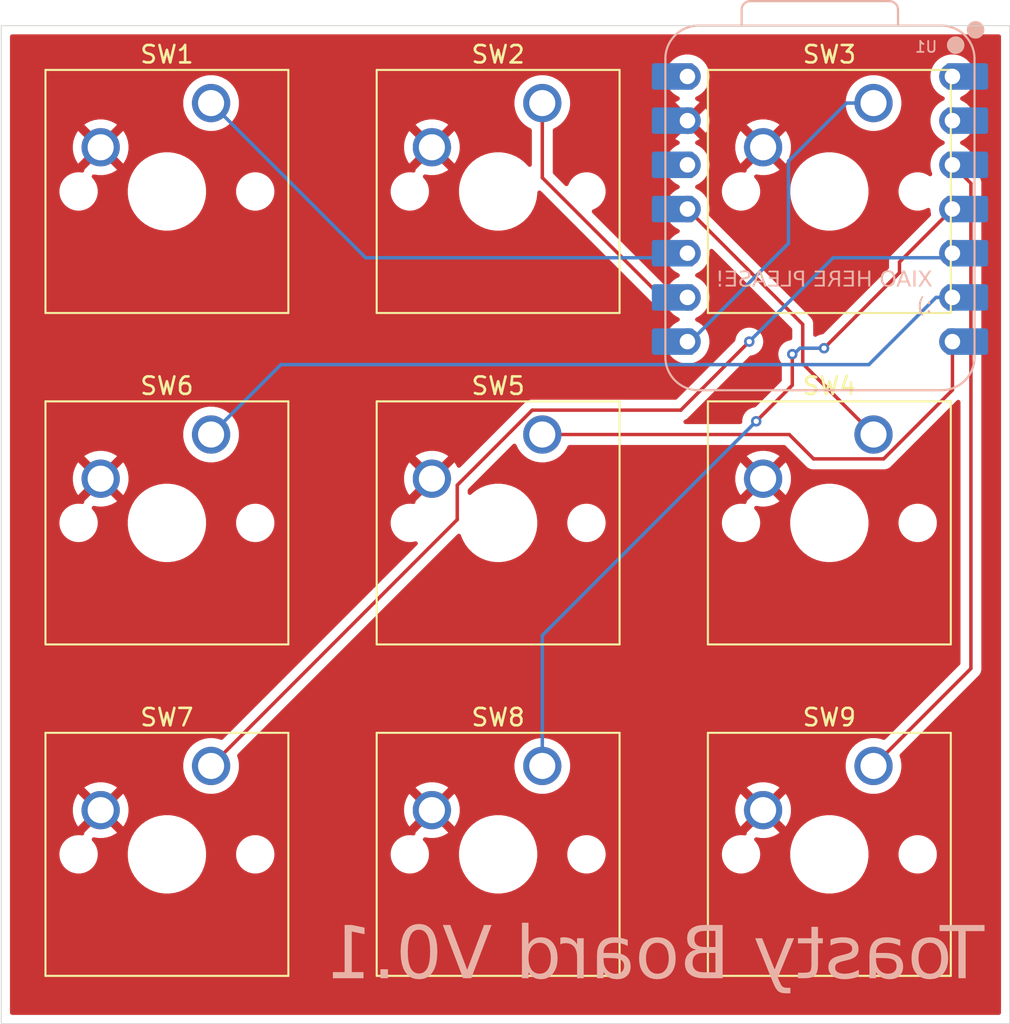
<source format=kicad_pcb>
(kicad_pcb (version 20241229) (generator "pcbnew") (generator_version "9.0")
  (layers (0 "F.Cu" signal) (2 "B.Cu" signal) (13 "F.Paste" user) (15 "B.Paste" user) (5 "F.SilkS" user "F.Silkscreen") (7 "B.SilkS" user "B.Silkscreen") (1 "F.Mask" user) (3 "B.Mask" user) (25 "Edge.Cuts" user))
  (net 0 "")
  (net 1 "+5V")
  (net 2 "GND")
  (net 3 "Net-(U1-GPIO4{slash}MISO)")
  (net 4 "Net-(U1-GPIO2{slash}SCK)")
  (net 5 "Net-(U1-GPIO1{slash}RX)")
  (net 6 "Net-(U1-GPIO3{slash}MOSI)")
  (net 7 "Net-(U1-GPIO0{slash}TX)")
  (net 8 "Net-(U1-GPIO7{slash}SCL)")
  (net 9 "Net-(U1-GPIO6{slash}SDA)")
  (net 10 "Net-(U1-GPIO29{slash}ADC3{slash}A3)")
  (net 11 "Net-(U1-GPIO28{slash}ADC2{slash}A2)")
  (footprint "Button_Switch_Keyboard:SW_Cherry_MX_1.00u_PCB" (layer "F.Cu") (at 52.54625 33.02)
    (property "Reference" "SW1" (at -2.54 -2.794 0) (layer "F.SilkS"))
    (property "Value" "SW_Push")
    (fp_line (start -9.525 -1.905) (end 4.445 -1.905) (stroke (width 0.12)) (layer "F.SilkS"))
    (fp_line (start -9.525 12.065) (end -9.525 -1.905) (stroke (width 0.12)) (layer "F.SilkS"))
    (fp_line (start 4.445 -1.905) (end 4.445 12.065) (stroke (width 0.12)) (layer "F.SilkS"))
    (fp_line (start 4.445 12.065) (end -9.525 12.065) (stroke (width 0.12)) (layer "F.SilkS"))
    (pad "" np_thru_hole circle (at -7.62 5.08) (size 1.7 1.7) (drill 1.7) (layers "*.Cu" "*.Mask"))
    (pad "" np_thru_hole circle (at -2.54 5.08) (size 4 4) (drill 4) (layers "*.Cu" "*.Mask"))
    (pad "" np_thru_hole circle (at 2.54 5.08) (size 1.7 1.7) (drill 1.7) (layers "*.Cu" "*.Mask"))
    (pad "1" thru_hole circle (at 0 0) (size 2.2 2.2) (drill 1.5) (layers "*.Cu" "*.Mask") (net 3 "Net-(U1-GPIO4{slash}MISO)"))
    (pad "2" thru_hole circle (at -6.35 2.54) (size 2.2 2.2) (drill 1.5) (layers "*.Cu" "*.Mask") (net 2 "GND"))
  )
  (footprint "Button_Switch_Keyboard:SW_Cherry_MX_1.00u_PCB" (layer "F.Cu") (at 52.54625 71.12)
    (property "Reference" "SW7" (at -2.54 -2.794 0) (layer "F.SilkS"))
    (property "Value" "SW_Push")
    (fp_line (start -9.525 -1.905) (end 4.445 -1.905) (stroke (width 0.12)) (layer "F.SilkS"))
    (fp_line (start -9.525 12.065) (end -9.525 -1.905) (stroke (width 0.12)) (layer "F.SilkS"))
    (fp_line (start 4.445 -1.905) (end 4.445 12.065) (stroke (width 0.12)) (layer "F.SilkS"))
    (fp_line (start 4.445 12.065) (end -9.525 12.065) (stroke (width 0.12)) (layer "F.SilkS"))
    (pad "" np_thru_hole circle (at -7.62 5.08) (size 1.7 1.7) (drill 1.7) (layers "*.Cu" "*.Mask"))
    (pad "" np_thru_hole circle (at -2.54 5.08) (size 4 4) (drill 4) (layers "*.Cu" "*.Mask"))
    (pad "" np_thru_hole circle (at 2.54 5.08) (size 1.7 1.7) (drill 1.7) (layers "*.Cu" "*.Mask"))
    (pad "1" thru_hole circle (at 0 0) (size 2.2 2.2) (drill 1.5) (layers "*.Cu" "*.Mask") (net 9 "Net-(U1-GPIO6{slash}SDA)"))
    (pad "2" thru_hole circle (at -6.35 2.54) (size 2.2 2.2) (drill 1.5) (layers "*.Cu" "*.Mask") (net 2 "GND"))
  )
  (footprint "Button_Switch_Keyboard:SW_Cherry_MX_1.00u_PCB" (layer "F.Cu") (at 52.54625 52.07)
    (property "Reference" "SW6" (at -2.54 -2.794 0) (layer "F.SilkS"))
    (property "Value" "SW_Push")
    (fp_line (start -9.525 -1.905) (end 4.445 -1.905) (stroke (width 0.12)) (layer "F.SilkS"))
    (fp_line (start -9.525 12.065) (end -9.525 -1.905) (stroke (width 0.12)) (layer "F.SilkS"))
    (fp_line (start 4.445 -1.905) (end 4.445 12.065) (stroke (width 0.12)) (layer "F.SilkS"))
    (fp_line (start 4.445 12.065) (end -9.525 12.065) (stroke (width 0.12)) (layer "F.SilkS"))
    (pad "" np_thru_hole circle (at -7.62 5.08) (size 1.7 1.7) (drill 1.7) (layers "*.Cu" "*.Mask"))
    (pad "" np_thru_hole circle (at -2.54 5.08) (size 4 4) (drill 4) (layers "*.Cu" "*.Mask"))
    (pad "" np_thru_hole circle (at 2.54 5.08) (size 1.7 1.7) (drill 1.7) (layers "*.Cu" "*.Mask"))
    (pad "1" thru_hole circle (at 0 0) (size 2.2 2.2) (drill 1.5) (layers "*.Cu" "*.Mask") (net 8 "Net-(U1-GPIO7{slash}SCL)"))
    (pad "2" thru_hole circle (at -6.35 2.54) (size 2.2 2.2) (drill 1.5) (layers "*.Cu" "*.Mask") (net 2 "GND"))
  )
  (footprint "Button_Switch_Keyboard:SW_Cherry_MX_1.00u_PCB" (layer "F.Cu") (at 71.59625 52.07)
    (property "Reference" "SW5" (at -2.54 -2.794 0) (layer "F.SilkS"))
    (property "Value" "SW_Push")
    (fp_line (start -9.525 -1.905) (end 4.445 -1.905) (stroke (width 0.12)) (layer "F.SilkS"))
    (fp_line (start -9.525 12.065) (end -9.525 -1.905) (stroke (width 0.12)) (layer "F.SilkS"))
    (fp_line (start 4.445 -1.905) (end 4.445 12.065) (stroke (width 0.12)) (layer "F.SilkS"))
    (fp_line (start 4.445 12.065) (end -9.525 12.065) (stroke (width 0.12)) (layer "F.SilkS"))
    (pad "" np_thru_hole circle (at -7.62 5.08) (size 1.7 1.7) (drill 1.7) (layers "*.Cu" "*.Mask"))
    (pad "" np_thru_hole circle (at -2.54 5.08) (size 4 4) (drill 4) (layers "*.Cu" "*.Mask"))
    (pad "" np_thru_hole circle (at 2.54 5.08) (size 1.7 1.7) (drill 1.7) (layers "*.Cu" "*.Mask"))
    (pad "1" thru_hole circle (at 0 0) (size 2.2 2.2) (drill 1.5) (layers "*.Cu" "*.Mask") (net 7 "Net-(U1-GPIO0{slash}TX)"))
    (pad "2" thru_hole circle (at -6.35 2.54) (size 2.2 2.2) (drill 1.5) (layers "*.Cu" "*.Mask") (net 2 "GND"))
  )
  (footprint "Button_Switch_Keyboard:SW_Cherry_MX_1.00u_PCB" (layer "F.Cu") (at 71.59625 33.02)
    (property "Reference" "SW2" (at -2.54 -2.794 0) (layer "F.SilkS"))
    (property "Value" "SW_Push")
    (fp_line (start -9.525 -1.905) (end 4.445 -1.905) (stroke (width 0.12)) (layer "F.SilkS"))
    (fp_line (start -9.525 12.065) (end -9.525 -1.905) (stroke (width 0.12)) (layer "F.SilkS"))
    (fp_line (start 4.445 -1.905) (end 4.445 12.065) (stroke (width 0.12)) (layer "F.SilkS"))
    (fp_line (start 4.445 12.065) (end -9.525 12.065) (stroke (width 0.12)) (layer "F.SilkS"))
    (pad "" np_thru_hole circle (at -7.62 5.08) (size 1.7 1.7) (drill 1.7) (layers "*.Cu" "*.Mask"))
    (pad "" np_thru_hole circle (at -2.54 5.08) (size 4 4) (drill 4) (layers "*.Cu" "*.Mask"))
    (pad "" np_thru_hole circle (at 2.54 5.08) (size 1.7 1.7) (drill 1.7) (layers "*.Cu" "*.Mask"))
    (pad "1" thru_hole circle (at 0 0) (size 2.2 2.2) (drill 1.5) (layers "*.Cu" "*.Mask") (net 4 "Net-(U1-GPIO2{slash}SCK)"))
    (pad "2" thru_hole circle (at -6.35 2.54) (size 2.2 2.2) (drill 1.5) (layers "*.Cu" "*.Mask") (net 2 "GND"))
  )
  (footprint "Button_Switch_Keyboard:SW_Cherry_MX_1.00u_PCB" (layer "F.Cu") (at 90.64625 33.02)
    (property "Reference" "SW3" (at -2.54 -2.794 0) (layer "F.SilkS"))
    (property "Value" "SW_Push")
    (fp_line (start -9.525 -1.905) (end 4.445 -1.905) (stroke (width 0.12)) (layer "F.SilkS"))
    (fp_line (start -9.525 12.065) (end -9.525 -1.905) (stroke (width 0.12)) (layer "F.SilkS"))
    (fp_line (start 4.445 -1.905) (end 4.445 12.065) (stroke (width 0.12)) (layer "F.SilkS"))
    (fp_line (start 4.445 12.065) (end -9.525 12.065) (stroke (width 0.12)) (layer "F.SilkS"))
    (pad "" np_thru_hole circle (at -7.62 5.08) (size 1.7 1.7) (drill 1.7) (layers "*.Cu" "*.Mask"))
    (pad "" np_thru_hole circle (at -2.54 5.08) (size 4 4) (drill 4) (layers "*.Cu" "*.Mask"))
    (pad "" np_thru_hole circle (at 2.54 5.08) (size 1.7 1.7) (drill 1.7) (layers "*.Cu" "*.Mask"))
    (pad "1" thru_hole circle (at 0 0) (size 2.2 2.2) (drill 1.5) (layers "*.Cu" "*.Mask") (net 5 "Net-(U1-GPIO1{slash}RX)"))
    (pad "2" thru_hole circle (at -6.35 2.54) (size 2.2 2.2) (drill 1.5) (layers "*.Cu" "*.Mask") (net 2 "GND"))
  )
  (footprint "Button_Switch_Keyboard:SW_Cherry_MX_1.00u_PCB" (layer "F.Cu") (at 90.64625 52.07)
    (property "Reference" "SW4" (at -2.54 -2.794 0) (layer "F.SilkS"))
    (property "Value" "SW_Push")
    (fp_line (start -9.525 -1.905) (end 4.445 -1.905) (stroke (width 0.12)) (layer "F.SilkS"))
    (fp_line (start -9.525 12.065) (end -9.525 -1.905) (stroke (width 0.12)) (layer "F.SilkS"))
    (fp_line (start 4.445 -1.905) (end 4.445 12.065) (stroke (width 0.12)) (layer "F.SilkS"))
    (fp_line (start 4.445 12.065) (end -9.525 12.065) (stroke (width 0.12)) (layer "F.SilkS"))
    (pad "" np_thru_hole circle (at -7.62 5.08) (size 1.7 1.7) (drill 1.7) (layers "*.Cu" "*.Mask"))
    (pad "" np_thru_hole circle (at -2.54 5.08) (size 4 4) (drill 4) (layers "*.Cu" "*.Mask"))
    (pad "" np_thru_hole circle (at 2.54 5.08) (size 1.7 1.7) (drill 1.7) (layers "*.Cu" "*.Mask"))
    (pad "1" thru_hole circle (at 0 0) (size 2.2 2.2) (drill 1.5) (layers "*.Cu" "*.Mask") (net 6 "Net-(U1-GPIO3{slash}MOSI)"))
    (pad "2" thru_hole circle (at -6.35 2.54) (size 2.2 2.2) (drill 1.5) (layers "*.Cu" "*.Mask") (net 2 "GND"))
  )
  (footprint "Button_Switch_Keyboard:SW_Cherry_MX_1.00u_PCB" (layer "F.Cu") (at 90.64625 71.12)
    (property "Reference" "SW9" (at -2.54 -2.794 0) (layer "F.SilkS"))
    (property "Value" "SW_Push")
    (fp_line (start -9.525 -1.905) (end 4.445 -1.905) (stroke (width 0.12)) (layer "F.SilkS"))
    (fp_line (start -9.525 12.065) (end -9.525 -1.905) (stroke (width 0.12)) (layer "F.SilkS"))
    (fp_line (start 4.445 -1.905) (end 4.445 12.065) (stroke (width 0.12)) (layer "F.SilkS"))
    (fp_line (start 4.445 12.065) (end -9.525 12.065) (stroke (width 0.12)) (layer "F.SilkS"))
    (pad "" np_thru_hole circle (at -7.62 5.08) (size 1.7 1.7) (drill 1.7) (layers "*.Cu" "*.Mask"))
    (pad "" np_thru_hole circle (at -2.54 5.08) (size 4 4) (drill 4) (layers "*.Cu" "*.Mask"))
    (pad "" np_thru_hole circle (at 2.54 5.08) (size 1.7 1.7) (drill 1.7) (layers "*.Cu" "*.Mask"))
    (pad "1" thru_hole circle (at 0 0) (size 2.2 2.2) (drill 1.5) (layers "*.Cu" "*.Mask") (net 11 "Net-(U1-GPIO28{slash}ADC2{slash}A2)"))
    (pad "2" thru_hole circle (at -6.35 2.54) (size 2.2 2.2) (drill 1.5) (layers "*.Cu" "*.Mask") (net 2 "GND"))
  )
  (footprint "Button_Switch_Keyboard:SW_Cherry_MX_1.00u_PCB" (layer "F.Cu") (at 71.59625 71.12)
    (property "Reference" "SW8" (at -2.54 -2.794 0) (layer "F.SilkS"))
    (property "Value" "SW_Push")
    (fp_line (start -9.525 -1.905) (end 4.445 -1.905) (stroke (width 0.12)) (layer "F.SilkS"))
    (fp_line (start -9.525 12.065) (end -9.525 -1.905) (stroke (width 0.12)) (layer "F.SilkS"))
    (fp_line (start 4.445 -1.905) (end 4.445 12.065) (stroke (width 0.12)) (layer "F.SilkS"))
    (fp_line (start 4.445 12.065) (end -9.525 12.065) (stroke (width 0.12)) (layer "F.SilkS"))
    (pad "" np_thru_hole circle (at -7.62 5.08) (size 1.7 1.7) (drill 1.7) (layers "*.Cu" "*.Mask"))
    (pad "" np_thru_hole circle (at -2.54 5.08) (size 4 4) (drill 4) (layers "*.Cu" "*.Mask"))
    (pad "" np_thru_hole circle (at 2.54 5.08) (size 1.7 1.7) (drill 1.7) (layers "*.Cu" "*.Mask"))
    (pad "1" thru_hole circle (at 0 0) (size 2.2 2.2) (drill 1.5) (layers "*.Cu" "*.Mask") (net 10 "Net-(U1-GPIO29{slash}ADC3{slash}A3)"))
    (pad "2" thru_hole circle (at -6.35 2.54) (size 2.2 2.2) (drill 1.5) (layers "*.Cu" "*.Mask") (net 2 "GND"))
  )
  (footprint "OPL:XIAO-RP2040-DIP" (layer "B.Cu") (at 87.565 39.11 180)
    (property "Reference" "U1" (at -6.105 9.32 0) (layer "B.SilkS") (effects (font (size 0.635 0.635) (thickness 0.1016)) (justify mirror)))
    (property "Value" "XIAO-RP2040-DIP")
    (fp_line (start 8.89 -8.509) (end 8.89 8.636) (stroke (width 0.127)) (layer "B.SilkS"))
    (fp_line (start 6.985 10.541) (end -6.985 10.541) (stroke (width 0.1)) (layer "B.SilkS"))
    (fp_line (start 6.985 10.541) (end -6.985 10.541) (stroke (width 0.127)) (layer "B.SilkS"))
    (fp_line (start 4.504 11.451) (end 4.504 10.541) (stroke (width 0.127)) (layer "B.SilkS"))
    (fp_line (start -3.991272 11.951) (end 4.004 11.951) (stroke (width 0.127)) (layer "B.SilkS"))
    (fp_line (start -4.495 10.541) (end -4.491272 11.451272) (stroke (width 0.127)) (layer "B.SilkS"))
    (fp_line (start -6.985 -10.414) (end 6.985 -10.414) (stroke (width 0.127)) (layer "B.SilkS"))
    (fp_line (start -8.89 -8.509) (end -8.89 8.636) (stroke (width 0.127)) (layer "B.SilkS"))
    (fp_arc (start 8.89 8.636) (mid 8.332038 9.983038) (end 6.985 10.541) (stroke (width 0.127)) (layer "B.SilkS"))
    (fp_arc (start 6.985 -10.414) (mid 8.332038 -9.856038) (end 8.89 -8.509) (stroke (width 0.127)) (layer "B.SilkS"))
    (fp_arc (start 4.504 11.451) (mid 4.357553 11.804553) (end 4.004 11.951) (stroke (width 0.127)) (layer "B.SilkS"))
    (fp_arc (start -3.991272 11.951) (mid -4.344724 11.804644) (end -4.491272 11.451272) (stroke (width 0.127)) (layer "B.SilkS"))
    (fp_arc (start -6.985 10.541) (mid -8.332038 9.983038) (end -8.89 8.636) (stroke (width 0.127)) (layer "B.SilkS"))
    (fp_arc (start -8.89 -8.509) (mid -8.332038 -9.856038) (end -6.985 -10.414) (stroke (width 0.127)) (layer "B.SilkS"))
    (fp_circle (center -7.807 9.42) (end -7.807 9.674) (stroke (width 0.5)) (fill yes) (layer "B.SilkS"))
    (fp_circle (center -8.95 10.3) (end -8.95 10.554) (stroke (width 0.5)) (fill yes) (layer "B.SilkS"))
    (pad "1" smd roundrect (at -8.455 7.62) (size 2.432 1.524) (layers "B.Cu" "B.Mask") (roundrect_rratio 0.1))
    (pad "1" thru_hole circle (at -7.62 7.62) (size 1.524 1.524) (drill 0.889) (layers "*.Cu" "*.Mask"))
    (pad "2" smd roundrect (at -8.455 5.08) (size 2.432 1.524) (layers "B.Cu" "B.Mask") (roundrect_rratio 0.1))
    (pad "2" thru_hole circle (at -7.62 5.08) (size 1.524 1.524) (drill 0.889) (layers "*.Cu" "*.Mask"))
    (pad "3" smd roundrect (at -8.455 2.54) (size 2.432 1.524) (layers "B.Cu" "B.Mask") (roundrect_rratio 0.1) (net 11 "Net-(U1-GPIO28{slash}ADC2{slash}A2)"))
    (pad "3" thru_hole circle (at -7.62 2.54) (size 1.524 1.524) (drill 0.889) (layers "*.Cu" "*.Mask") (net 11 "Net-(U1-GPIO28{slash}ADC2{slash}A2)"))
    (pad "4" smd roundrect (at -8.455 0) (size 2.432 1.524) (layers "B.Cu" "B.Mask") (roundrect_rratio 0.1) (net 10 "Net-(U1-GPIO29{slash}ADC3{slash}A3)"))
    (pad "4" thru_hole circle (at -7.62 0) (size 1.524 1.524) (drill 0.889) (layers "*.Cu" "*.Mask") (net 10 "Net-(U1-GPIO29{slash}ADC3{slash}A3)"))
    (pad "5" smd roundrect (at -8.455 -2.54) (size 2.432 1.524) (layers "B.Cu" "B.Mask") (roundrect_rratio 0.1) (net 9 "Net-(U1-GPIO6{slash}SDA)"))
    (pad "5" thru_hole circle (at -7.62 -2.54) (size 1.524 1.524) (drill 0.889) (layers "*.Cu" "*.Mask") (net 9 "Net-(U1-GPIO6{slash}SDA)"))
    (pad "6" smd roundrect (at -8.455 -5.08) (size 2.432 1.524) (layers "B.Cu" "B.Mask") (roundrect_rratio 0.1) (net 8 "Net-(U1-GPIO7{slash}SCL)"))
    (pad "6" thru_hole circle (at -7.62 -5.08) (size 1.524 1.524) (drill 0.889) (layers "*.Cu" "*.Mask") (net 8 "Net-(U1-GPIO7{slash}SCL)"))
    (pad "7" smd roundrect (at -8.455 -7.62) (size 2.432 1.524) (layers "B.Cu" "B.Mask") (roundrect_rratio 0.1) (net 7 "Net-(U1-GPIO0{slash}TX)"))
    (pad "7" thru_hole circle (at -7.62 -7.62) (size 1.524 1.524) (drill 0.889) (layers "*.Cu" "*.Mask") (net 7 "Net-(U1-GPIO0{slash}TX)"))
    (pad "8" thru_hole circle (at 7.62 -7.62 180) (size 1.524 1.524) (drill 0.889) (layers "*.Cu" "*.Mask") (net 5 "Net-(U1-GPIO1{slash}RX)"))
    (pad "8" smd roundrect (at 8.455 -7.62 180) (size 2.432 1.524) (layers "B.Cu" "B.Mask") (roundrect_rratio 0.1) (net 5 "Net-(U1-GPIO1{slash}RX)"))
    (pad "9" thru_hole circle (at 7.62 -5.08 180) (size 1.524 1.524) (drill 0.889) (layers "*.Cu" "*.Mask") (net 4 "Net-(U1-GPIO2{slash}SCK)"))
    (pad "9" smd roundrect (at 8.455 -5.08 180) (size 2.432 1.524) (layers "B.Cu" "B.Mask") (roundrect_rratio 0.1) (net 4 "Net-(U1-GPIO2{slash}SCK)"))
    (pad "10" thru_hole circle (at 7.62 -2.54 180) (size 1.524 1.524) (drill 0.889) (layers "*.Cu" "*.Mask") (net 3 "Net-(U1-GPIO4{slash}MISO)"))
    (pad "10" smd roundrect (at 8.455 -2.54 180) (size 2.432 1.524) (layers "B.Cu" "B.Mask") (roundrect_rratio 0.1) (net 3 "Net-(U1-GPIO4{slash}MISO)"))
    (pad "11" thru_hole circle (at 7.62 0 180) (size 1.524 1.524) (drill 0.889) (layers "*.Cu" "*.Mask") (net 6 "Net-(U1-GPIO3{slash}MOSI)"))
    (pad "11" smd roundrect (at 8.455 0 180) (size 2.432 1.524) (layers "B.Cu" "B.Mask") (roundrect_rratio 0.1) (net 6 "Net-(U1-GPIO3{slash}MOSI)"))
    (pad "12" thru_hole circle (at 7.62 2.54 180) (size 1.524 1.524) (drill 0.889) (layers "*.Cu" "*.Mask"))
    (pad "12" smd roundrect (at 8.455 2.54 180) (size 2.432 1.524) (layers "B.Cu" "B.Mask") (roundrect_rratio 0.1))
    (pad "13" thru_hole circle (at 7.62 5.08 180) (size 1.524 1.524) (drill 0.889) (layers "*.Cu" "*.Mask") (net 2 "GND"))
    (pad "13" smd roundrect (at 8.455 5.08 180) (size 2.432 1.524) (layers "B.Cu" "B.Mask") (roundrect_rratio 0.1) (net 2 "GND"))
    (pad "14" thru_hole circle (at 7.62 7.62 180) (size 1.524 1.524) (drill 0.889) (layers "*.Cu" "*.Mask") (net 1 "+5V"))
    (pad "14" smd roundrect (at 8.455 7.62 180) (size 2.432 1.524) (layers "B.Cu" "B.Mask") (roundrect_rratio 0.1) (net 1 "+5V"))
  )
  (gr_rect (start 40.48 28.57) (end 98.48 85.93) (stroke (width 0.05)) (fill no) (layer "Edge.Cuts"))
  (gr_text "XIAO HERE PLEASE!\n:)" (at 94.05 45.23 0) (layer "B.SilkS") (effects (font (size 0.9 0.9) (thickness 0.1)) (justify left bottom mirror)))
  (gr_text "Toasty Board V0.1" (at 97.02 83.83 0) (layer "B.SilkS") (effects (font (size 3 3) (thickness 0.1)) (justify left bottom mirror)))
  (segment (start 79.685 41.91) (end 61.43625 41.91) (width 0.2) (layer "B.Cu") (net 3))
  (segment (start 79.945 41.65) (end 79.685 41.91) (width 0.2) (layer "B.Cu") (net 3))
  (segment (start 61.43625 41.91) (end 52.54625 33.02) (width 0.2) (layer "B.Cu") (net 3))
  (segment (start 78.48 44.19) (end 71.59625 37.30625) (width 0.2) (layer "F.Cu") (net 4))
  (segment (start 71.59625 37.30625) (end 71.59625 33.02) (width 0.2) (layer "F.Cu") (net 4))
  (segment (start 79.945 44.19) (end 78.48 44.19) (width 0.2) (layer "F.Cu") (net 4))
  (segment (start 78.74 46.99) (end 79.85 46.99) (width 0.2) (layer "B.Cu") (net 5))
  (segment (start 85.75525 36.355366) (end 89.090616 33.02) (width 0.2) (layer "B.Cu") (net 5))
  (segment (start 85.75525 41.08475) (end 85.75525 36.355366) (width 0.2) (layer "B.Cu") (net 5))
  (segment (start 79.85 46.99) (end 85.75525 41.08475) (width 0.2) (layer "B.Cu") (net 5))
  (segment (start 89.090616 33.02) (end 90.64625 33.02) (width 0.2) (layer "B.Cu") (net 5))
  (segment (start 86.575473 47.999223) (end 90.64625 52.07) (width 0.2) (layer "F.Cu") (net 6))
  (segment (start 79.945 39.11) (end 86.575473 45.740473) (width 0.2) (layer "F.Cu") (net 6))
  (segment (start 86.575473 45.740473) (end 86.575473 47.999223) (width 0.2) (layer "F.Cu") (net 6))
  (segment (start 87.201 53.471) (end 85.8 52.07) (width 0.2) (layer "F.Cu") (net 7))
  (segment (start 95.185 49.512564) (end 91.226564 53.471) (width 0.2) (layer "F.Cu") (net 7))
  (segment (start 85.8 52.07) (end 71.59625 52.07) (width 0.2) (layer "F.Cu") (net 7))
  (segment (start 95.185 46.73) (end 95.185 49.512564) (width 0.2) (layer "F.Cu") (net 7))
  (segment (start 91.226564 53.471) (end 87.201 53.471) (width 0.2) (layer "F.Cu") (net 7))
  (segment (start 90.377 48.053) (end 56.56325 48.053) (width 0.2) (layer "B.Cu") (net 8))
  (segment (start 94.24 44.19) (end 90.377 48.053) (width 0.2) (layer "B.Cu") (net 8))
  (segment (start 56.56325 48.053) (end 52.54625 52.07) (width 0.2) (layer "B.Cu") (net 8))
  (segment (start 95.185 44.19) (end 94.24 44.19) (width 0.2) (layer "B.Cu") (net 8))
  (segment (start 79.561 50.669) (end 71.015936 50.669) (width 0.2) (layer "F.Cu") (net 9))
  (segment (start 66.70525 54.979686) (end 66.70525 56.961) (width 0.2) (layer "F.Cu") (net 9))
  (segment (start 66.70525 56.961) (end 52.54625 71.12) (width 0.2) (layer "F.Cu") (net 9))
  (segment (start 83.5 46.73) (end 79.561 50.669) (width 0.2) (layer "F.Cu") (net 9))
  (segment (start 71.015936 50.669) (end 66.70525 54.979686) (width 0.2) (layer "F.Cu") (net 9))
  (via (at 83.5 46.73) (size 0.6) (drill 0.3) (layers "F.Cu" "B.Cu") (net 9))
  (segment (start 94.925 41.91) (end 88.32 41.91) (width 0.2) (layer "B.Cu") (net 9))
  (segment (start 88.32 41.91) (end 83.5 46.73) (width 0.2) (layer "B.Cu") (net 9))
  (segment (start 95.185 41.65) (end 94.925 41.91) (width 0.2) (layer "B.Cu") (net 9))
  (segment (start 92.14 42.77) (end 87.8 47.11) (width 0.2) (layer "F.Cu") (net 10))
  (segment (start 95.185 39.11) (end 92.14 42.155) (width 0.2) (layer "F.Cu") (net 10))
  (segment (start 92.14 42.155) (end 92.14 42.77) (width 0.2) (layer "F.Cu") (net 10))
  (segment (start 85.974473 49.235527) (end 83.9 51.31) (width 0.2) (layer "F.Cu") (net 10))
  (segment (start 85.974473 47.453) (end 85.974473 49.235527) (width 0.2) (layer "F.Cu") (net 10))
  (via (at 83.9 51.31) (size 0.6) (drill 0.3) (layers "F.Cu" "B.Cu") (net 10))
  (via (at 85.974473 47.453) (size 0.6) (drill 0.3) (layers "F.Cu" "B.Cu") (net 10))
  (via (at 87.8 47.11) (size 0.6) (drill 0.3) (layers "F.Cu" "B.Cu") (net 10))
  (segment (start 86.07 47.45) (end 85.977473 47.45) (width 0.2) (layer "B.Cu") (net 10))
  (segment (start 85.977473 47.45) (end 85.974473 47.453) (width 0.2) (layer "B.Cu") (net 10))
  (segment (start 71.59625 63.61375) (end 71.59625 71.12) (width 0.2) (layer "B.Cu") (net 10))
  (segment (start 86.41 47.11) (end 86.07 47.45) (width 0.2) (layer "B.Cu") (net 10))
  (segment (start 87.8 47.11) (end 86.41 47.11) (width 0.2) (layer "B.Cu") (net 10))
  (segment (start 83.9 51.31) (end 71.59625 63.61375) (width 0.2) (layer "B.Cu") (net 10))
  (segment (start 96.248 65.51825) (end 90.64625 71.12) (width 0.2) (layer "F.Cu") (net 11))
  (segment (start 96.248 37.633) (end 96.248 65.51825) (width 0.2) (layer "F.Cu") (net 11))
  (segment (start 95.185 36.57) (end 96.248 37.633) (width 0.2) (layer "F.Cu") (net 11))
  (zone (net 2) (net_name "GND") (layer "F.Cu") (connect_pads (clearance 0.5)) (min_thickness 0.25) (fill yes (thermal_gap 0.5) (thermal_bridge_width 0.5))
    (polygon (pts (xy 40.48 28.59) (xy 98.483973 28.394444) (xy 98.483973 85.752369) (xy 40.49 85.93)))
  )
)
</source>
